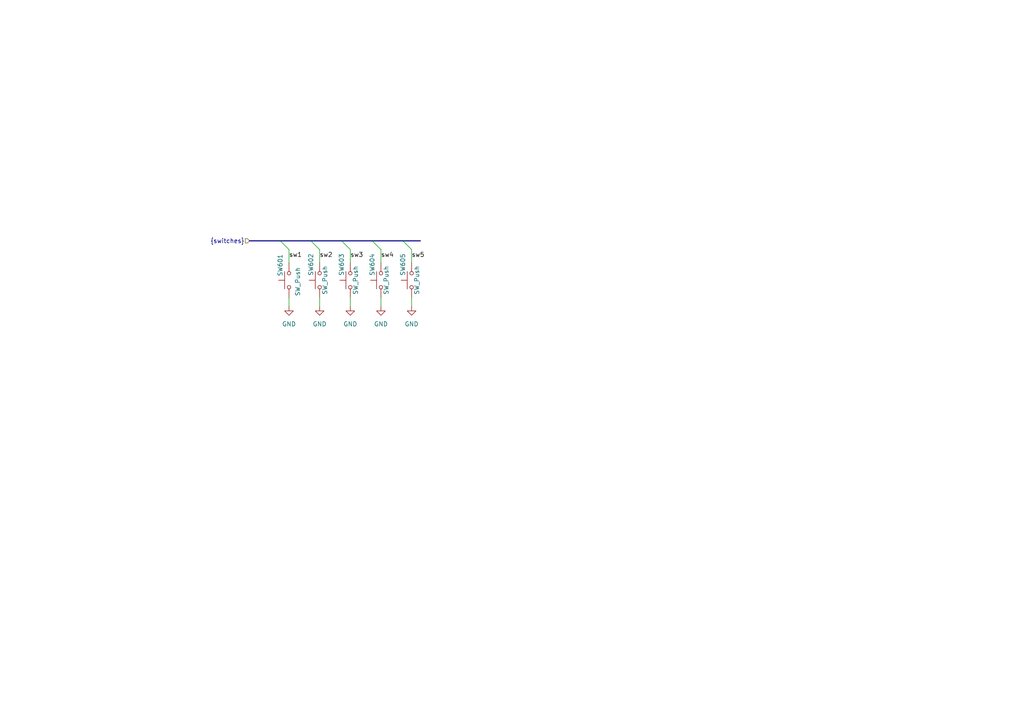
<source format=kicad_sch>
(kicad_sch (version 20231120) (generator "eeschema") (generator_version "8.0")
  (paper "A4")
  (lib_symbols
    (symbol "custom_kicad_lib_sk:tactile_SMD_6mm" (pin_numbers hide) (pin_names (offset 1.016) hide)
      (property "Reference" "SW" (at 1.27 2.54 0))
      (property "Value" "SW_Push" (at 0 -1.524 0))
      (symbol "tactile_SMD_6mm_0_1"
        (circle (center -2.032 0) (radius 0.508))
        (polyline (pts (xy 0 1.27) (xy 0 3.048)))
        (polyline (pts (xy 2.54 1.27) (xy -2.54 1.27)))
        (circle (center 2.032 0) (radius 0.508))
        (pin passive line (at -5.08 0 0) (length 2.54) (name "1") (number "1"))
        (pin passive line (at 5.08 0 180) (length 2.54) (name "2") (number "2"))
      )
    )
    (symbol "power:GND" (power) (pin_names (offset 0))
      (property "Value" "GND" (at 0 -3.81 0))
      (symbol "GND_0_1"
        (polyline (pts (xy 0 0) (xy 0 -1.27) (xy 1.27 -1.27) (xy 0 -2.54) (xy -1.27 -1.27) (xy 0 -1.27)))
      )
      (symbol "GND_1_1"
        (pin power_in line (at 0 0 270) (length 0) hide (name "GND") (number "1"))
      )
    )
  )
  (bus_entry (at 81.28 69.85) (size 2.54 2.54))
  (bus_entry (at 107.95 69.85) (size 2.54 2.54))
  (bus_entry (at 116.84 69.85) (size 2.54 2.54))
  (bus_entry (at 90.17 69.85) (size 2.54 2.54))
  (bus_entry (at 99.06 69.85) (size 2.54 2.54))
  (wire (pts (xy 119.38 86.36) (xy 119.38 88.9)))
  (bus (pts (xy 116.84 69.85) (xy 121.92 69.85)))
  (bus (pts (xy 99.06 69.85) (xy 107.95 69.85)))
  (wire (pts (xy 110.49 86.36) (xy 110.49 88.9)))
  (wire (pts (xy 119.38 72.39) (xy 119.38 76.2)))
  (bus (pts (xy 90.17 69.85) (xy 99.06 69.85)))
  (wire (pts (xy 92.71 72.39) (xy 92.71 76.2)))
  (wire (pts (xy 101.6 86.36) (xy 101.6 88.9)))
  (wire (pts (xy 83.82 72.39) (xy 83.82 76.2)))
  (bus (pts (xy 81.28 69.85) (xy 90.17 69.85)))
  (wire (pts (xy 83.82 86.36) (xy 83.82 88.9)))
  (bus (pts (xy 72.39 69.85) (xy 81.28 69.85)))
  (wire (pts (xy 101.6 72.39) (xy 101.6 76.2)))
  (wire (pts (xy 92.71 86.36) (xy 92.71 88.9)))
  (bus (pts (xy 107.95 69.85) (xy 116.84 69.85)))
  (wire (pts (xy 110.49 72.39) (xy 110.49 76.2)))
  (label "sw5" (at 119.38 74.93 0))
  (label "sw2" (at 92.71 74.93 0))
  (label "sw3" (at 101.6 74.93 0))
  (label "sw4" (at 110.49 74.93 0))
  (label "sw1" (at 83.82 74.93 0))
  (hierarchical_label "{switches}" (shape input) (at 72.39 69.85 180))
  (symbol (lib_id "custom_kicad_lib_sk:tactile_SMD_6mm") (at 110.49 81.28 90) (unit 1)
    (property "Reference" "SW604" (at 107.95 80.01 0) (effects (justify left)))
    (property "Value" "SW_Push" (at 112.014 81.28 0))
    (property "Footprint" "custom_kicad_lib_sk:tactile_SMD_6mm" (effects (hide yes)))
    (property "JLCPCB Part#" "C294567" (effects (hide yes)))
  )
  (symbol (lib_id "power:GND") (at 110.49 88.9 0) (unit 1)
    (property "Reference" "#PWR0604" (effects (hide yes)))
    (property "Value" "GND" (at 110.49 93.98 0))
  )
  (symbol (lib_id "power:GND") (at 83.82 88.9 0) (unit 1)
    (property "Reference" "#PWR0601" (effects (hide yes)))
    (property "Value" "GND" (at 83.82 93.98 0))
  )
  (symbol (lib_id "custom_kicad_lib_sk:tactile_SMD_6mm") (at 92.71 81.28 90) (unit 1)
    (property "Reference" "SW602" (at 90.17 80.01 0) (effects (justify left)))
    (property "Value" "SW_Push" (at 94.234 81.28 0))
    (property "Footprint" "custom_kicad_lib_sk:tactile_SMD_6mm" (effects (hide yes)))
    (property "JLCPCB Part#" "C294567" (effects (hide yes)))
  )
  (symbol (lib_id "custom_kicad_lib_sk:tactile_SMD_6mm") (at 83.82 81.28 90) (unit 1)
    (property "Reference" "SW601" (at 81.28 73.66 0) (effects (justify right)))
    (property "Value" "SW_Push" (at 86.36 77.47 0) (effects (justify right)))
    (property "Footprint" "custom_kicad_lib_sk:tactile_SMD_6mm" (effects (hide yes)))
    (property "JLCPCB Part#" "C294567" (effects (hide yes)))
  )
  (symbol (lib_id "power:GND") (at 92.71 88.9 0) (unit 1)
    (property "Reference" "#PWR0602" (effects (hide yes)))
    (property "Value" "GND" (at 92.71 93.98 0))
  )
  (symbol (lib_id "power:GND") (at 101.6 88.9 0) (unit 1)
    (property "Reference" "#PWR0603" (effects (hide yes)))
    (property "Value" "GND" (at 101.6 93.98 0))
  )
  (symbol (lib_id "custom_kicad_lib_sk:tactile_SMD_6mm") (at 119.38 81.28 90) (unit 1)
    (property "Reference" "SW605" (at 116.84 80.01 0) (effects (justify left)))
    (property "Value" "SW_Push" (at 120.904 81.28 0))
    (property "Footprint" "custom_kicad_lib_sk:tactile_SMD_6mm" (effects (hide yes)))
    (property "JLCPCB Part#" "C294567" (effects (hide yes)))
  )
  (symbol (lib_id "custom_kicad_lib_sk:tactile_SMD_6mm") (at 101.6 81.28 90) (unit 1)
    (property "Reference" "SW603" (at 99.06 80.01 0) (effects (justify left)))
    (property "Value" "SW_Push" (at 103.124 81.28 0))
    (property "Footprint" "custom_kicad_lib_sk:tactile_SMD_6mm" (effects (hide yes)))
    (property "JLCPCB Part#" "C294567" (effects (hide yes)))
  )
  (symbol (lib_id "power:GND") (at 119.38 88.9 0) (unit 1)
    (property "Reference" "#PWR0605" (effects (hide yes)))
    (property "Value" "GND" (at 119.38 93.98 0))
  )
)
</source>
